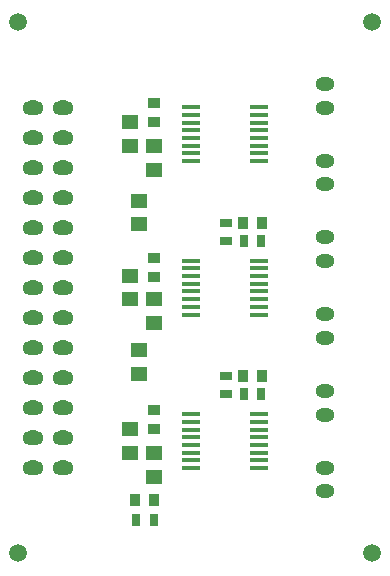
<source format=gbr>
G04*
G04 #@! TF.GenerationSoftware,Altium Limited,Altium Designer,22.4.2 (48)*
G04*
G04 Layer_Color=255*
%FSLAX44Y44*%
%MOMM*%
G71*
G04*
G04 #@! TF.SameCoordinates,3F8D2DE9-6248-4815-85C5-7CB1FE07798D*
G04*
G04*
G04 #@! TF.FilePolarity,Positive*
G04*
G01*
G75*
%ADD15R,1.4500X1.1500*%
%ADD16R,0.7500X1.0000*%
%ADD17R,1.0000X0.7500*%
%ADD18R,1.0000X0.9500*%
%ADD19R,0.9500X1.0000*%
%ADD30R,1.5000X0.4500*%
%ADD34O,1.6000X1.2000*%
%ADD35O,1.7780X1.2700*%
%ADD36C,1.5000*%
D15*
X140000Y350000D02*
D03*
Y370000D02*
D03*
X140000Y220000D02*
D03*
Y240000D02*
D03*
X120000Y110000D02*
D03*
Y130000D02*
D03*
X140000Y110000D02*
D03*
X140000Y90000D02*
D03*
X127000Y323500D02*
D03*
Y303500D02*
D03*
Y196850D02*
D03*
Y176850D02*
D03*
X120000Y370000D02*
D03*
X120000Y390000D02*
D03*
X120000Y240000D02*
D03*
Y260000D02*
D03*
D16*
X216020Y289680D02*
D03*
X231020Y289680D02*
D03*
X140000Y53340D02*
D03*
X125000D02*
D03*
X231020Y160140D02*
D03*
X216020D02*
D03*
D17*
X200660Y175140D02*
D03*
Y160140D02*
D03*
Y289680D02*
D03*
X200660Y304680D02*
D03*
D18*
X140000Y146000D02*
D03*
Y130000D02*
D03*
X139700Y274700D02*
D03*
Y258700D02*
D03*
X140000Y390000D02*
D03*
Y406000D02*
D03*
D19*
X140000Y69850D02*
D03*
X124000D02*
D03*
X215520Y175260D02*
D03*
X231520D02*
D03*
Y304680D02*
D03*
X215520D02*
D03*
D30*
X229000Y97250D02*
D03*
Y136250D02*
D03*
Y142750D02*
D03*
Y123250D02*
D03*
Y129750D02*
D03*
Y103750D02*
D03*
Y116750D02*
D03*
Y110250D02*
D03*
X171000Y97250D02*
D03*
Y136250D02*
D03*
Y142750D02*
D03*
Y123250D02*
D03*
Y129750D02*
D03*
Y103750D02*
D03*
Y116750D02*
D03*
Y110250D02*
D03*
X229000Y357250D02*
D03*
X229000Y396250D02*
D03*
X229000Y402750D02*
D03*
X229000Y383250D02*
D03*
X229000Y389750D02*
D03*
Y363750D02*
D03*
Y376750D02*
D03*
X229000Y370250D02*
D03*
X171000Y357250D02*
D03*
Y383250D02*
D03*
X171000Y389750D02*
D03*
Y363750D02*
D03*
Y376750D02*
D03*
X171000Y370250D02*
D03*
X171000Y402750D02*
D03*
X171000Y396250D02*
D03*
X229000Y227250D02*
D03*
Y266250D02*
D03*
Y272750D02*
D03*
Y253250D02*
D03*
Y259750D02*
D03*
X229000Y233750D02*
D03*
X229000Y246750D02*
D03*
Y240250D02*
D03*
X171000Y227250D02*
D03*
Y266250D02*
D03*
Y272750D02*
D03*
Y253250D02*
D03*
Y259750D02*
D03*
Y233750D02*
D03*
Y246750D02*
D03*
Y240250D02*
D03*
D34*
X285000Y422500D02*
D03*
Y402500D02*
D03*
Y227500D02*
D03*
Y207500D02*
D03*
Y357500D02*
D03*
Y337500D02*
D03*
Y272500D02*
D03*
Y292500D02*
D03*
Y97500D02*
D03*
Y77500D02*
D03*
Y142500D02*
D03*
Y162500D02*
D03*
D35*
X62700Y123000D02*
D03*
X37300Y123000D02*
D03*
Y97600D02*
D03*
X62700D02*
D03*
Y148400D02*
D03*
X37300Y148400D02*
D03*
X62700Y326200D02*
D03*
X62700Y275400D02*
D03*
Y250000D02*
D03*
Y300800D02*
D03*
X37300Y300800D02*
D03*
Y351600D02*
D03*
X37300Y250000D02*
D03*
X37300Y275400D02*
D03*
Y402400D02*
D03*
Y377000D02*
D03*
Y326200D02*
D03*
X62700Y351600D02*
D03*
X37300Y224600D02*
D03*
X62700D02*
D03*
Y173800D02*
D03*
X37300D02*
D03*
Y199200D02*
D03*
X62700Y199200D02*
D03*
X62700Y402400D02*
D03*
X62700Y377000D02*
D03*
D36*
X25000Y475000D02*
D03*
X325000D02*
D03*
Y25000D02*
D03*
X25000D02*
D03*
M02*

</source>
